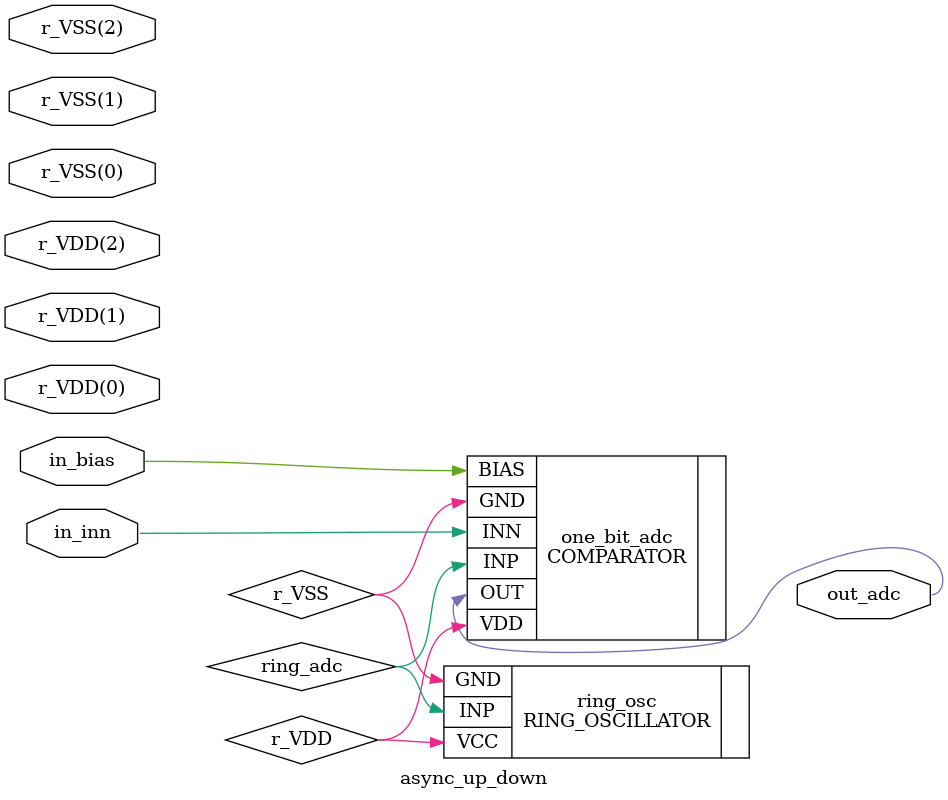
<source format=v>
module async_up_down (in_bias,
    in_inn,
    out_adc,
    \r_VSS(0) ,
    \r_VSS(1) ,
    \r_VSS(2) ,
    \r_VDD(0) ,
    \r_VDD(1) ,
    \r_VDD(2) );
 input in_bias;
 input in_inn;
 output out_adc;
 input \r_VSS(0) ;
 input \r_VSS(1) ;
 input \r_VSS(2) ;
 input \r_VDD(0) ;
 input \r_VDD(1) ;
 input \r_VDD(2) ;

 wire ring_adc;
 wire r_VSS;
 wire r_VDD;

 COMPARATOR one_bit_adc (.OUT(out_adc),
    .BIAS(in_bias),
    .INN(in_inn),
    .INP(ring_adc),
    .GND(r_VSS),
    .VDD(r_VDD));
 RING_OSCILLATOR ring_osc (.VCC(r_VDD),
    .GND(r_VSS),
    .INP(ring_adc));
 sky130_fd_sc_hd__decap_4 PHY_0 ();
 sky130_fd_sc_hd__decap_4 PHY_1 ();
 sky130_fd_sc_hd__decap_4 PHY_2 ();
 sky130_fd_sc_hd__decap_4 PHY_3 ();
 sky130_fd_sc_hd__decap_4 PHY_4 ();
 sky130_fd_sc_hd__decap_4 PHY_5 ();
 sky130_fd_sc_hd__decap_4 PHY_6 ();
 sky130_fd_sc_hd__decap_4 PHY_7 ();
 sky130_fd_sc_hd__decap_4 PHY_8 ();
 sky130_fd_sc_hd__decap_4 PHY_9 ();
 sky130_fd_sc_hd__decap_4 PHY_10 ();
 sky130_fd_sc_hd__decap_4 PHY_11 ();
 sky130_fd_sc_hd__decap_4 PHY_12 ();
 sky130_fd_sc_hd__decap_4 PHY_13 ();
 sky130_fd_sc_hd__decap_4 PHY_14 ();
 sky130_fd_sc_hd__decap_4 PHY_15 ();
 sky130_fd_sc_hd__decap_4 PHY_16 ();
 sky130_fd_sc_hd__decap_4 PHY_17 ();
 sky130_fd_sc_hd__decap_4 PHY_18 ();
 sky130_fd_sc_hd__decap_4 PHY_19 ();
 sky130_fd_sc_hd__decap_4 PHY_20 ();
 sky130_fd_sc_hd__decap_4 PHY_21 ();
 sky130_fd_sc_hd__decap_4 PHY_22 ();
 sky130_fd_sc_hd__decap_4 PHY_23 ();
 sky130_fd_sc_hd__decap_4 PHY_24 ();
 sky130_fd_sc_hd__decap_4 PHY_25 ();
 sky130_fd_sc_hd__decap_4 PHY_26 ();
 sky130_fd_sc_hd__decap_4 PHY_27 ();
 sky130_fd_sc_hd__decap_4 PHY_28 ();
 sky130_fd_sc_hd__decap_4 PHY_29 ();
 sky130_fd_sc_hd__decap_4 PHY_30 ();
 sky130_fd_sc_hd__decap_4 PHY_31 ();
 sky130_fd_sc_hd__decap_4 PHY_32 ();
 sky130_fd_sc_hd__decap_4 PHY_33 ();
 sky130_fd_sc_hd__decap_4 PHY_34 ();
 sky130_fd_sc_hd__decap_4 PHY_35 ();
 sky130_fd_sc_hd__decap_4 PHY_36 ();
 sky130_fd_sc_hd__decap_4 PHY_37 ();
 sky130_fd_sc_hd__decap_4 PHY_38 ();
 sky130_fd_sc_hd__decap_4 PHY_39 ();
 sky130_fd_sc_hd__decap_4 PHY_40 ();
 sky130_fd_sc_hd__decap_4 PHY_41 ();
 sky130_fd_sc_hd__decap_4 PHY_42 ();
 sky130_fd_sc_hd__decap_4 PHY_43 ();
 sky130_fd_sc_hd__decap_4 PHY_44 ();
 sky130_fd_sc_hd__decap_4 PHY_45 ();
 sky130_fd_sc_hd__decap_4 PHY_46 ();
 sky130_fd_sc_hd__decap_4 PHY_47 ();
 sky130_fd_sc_hd__decap_4 PHY_48 ();
 sky130_fd_sc_hd__decap_4 PHY_49 ();
 sky130_fd_sc_hd__decap_4 PHY_50 ();
 sky130_fd_sc_hd__decap_4 PHY_51 ();
 sky130_fd_sc_hd__decap_4 PHY_52 ();
 sky130_fd_sc_hd__decap_4 PHY_53 ();
 sky130_fd_sc_hd__decap_4 PHY_54 ();
 sky130_fd_sc_hd__decap_4 PHY_55 ();
 sky130_fd_sc_hd__decap_4 PHY_56 ();
 sky130_fd_sc_hd__decap_4 PHY_57 ();
 sky130_fd_sc_hd__decap_4 PHY_58 ();
 sky130_fd_sc_hd__decap_4 PHY_59 ();
 sky130_fd_sc_hd__tapvpwrvgnd_1 TAP_60 ();
 sky130_fd_sc_hd__tapvpwrvgnd_1 TAP_61 ();
 sky130_fd_sc_hd__tapvpwrvgnd_1 TAP_62 ();
 sky130_fd_sc_hd__tapvpwrvgnd_1 TAP_63 ();
 sky130_fd_sc_hd__tapvpwrvgnd_1 TAP_64 ();
 sky130_fd_sc_hd__tapvpwrvgnd_1 TAP_65 ();
 sky130_fd_sc_hd__tapvpwrvgnd_1 TAP_66 ();
 sky130_fd_sc_hd__tapvpwrvgnd_1 TAP_67 ();
 sky130_fd_sc_hd__tapvpwrvgnd_1 TAP_68 ();
 sky130_fd_sc_hd__tapvpwrvgnd_1 TAP_69 ();
 sky130_fd_sc_hd__tapvpwrvgnd_1 TAP_70 ();
 sky130_fd_sc_hd__tapvpwrvgnd_1 TAP_71 ();
 sky130_fd_sc_hd__tapvpwrvgnd_1 TAP_72 ();
 sky130_fd_sc_hd__tapvpwrvgnd_1 TAP_73 ();
 sky130_fd_sc_hd__tapvpwrvgnd_1 TAP_74 ();
 sky130_fd_sc_hd__tapvpwrvgnd_1 TAP_75 ();
 sky130_fd_sc_hd__tapvpwrvgnd_1 TAP_76 ();
 sky130_fd_sc_hd__tapvpwrvgnd_1 TAP_77 ();
 sky130_fd_sc_hd__tapvpwrvgnd_1 TAP_78 ();
 sky130_fd_sc_hd__tapvpwrvgnd_1 TAP_79 ();
 sky130_fd_sc_hd__tapvpwrvgnd_1 TAP_80 ();
 sky130_fd_sc_hd__tapvpwrvgnd_1 TAP_81 ();
 sky130_fd_sc_hd__tapvpwrvgnd_1 TAP_82 ();
 sky130_fd_sc_hd__tapvpwrvgnd_1 TAP_83 ();
 sky130_fd_sc_hd__tapvpwrvgnd_1 TAP_84 ();
 sky130_fd_sc_hd__fill_8 FILLER_0_4 ();
 sky130_fd_sc_hd__fill_8 FILLER_0_12 ();
 sky130_fd_sc_hd__fill_8 FILLER_0_20 ();
 sky130_fd_sc_hd__fill_2 FILLER_0_28 ();
 sky130_fd_sc_hd__fill_8 FILLER_0_31 ();
 sky130_fd_sc_hd__fill_8 FILLER_0_39 ();
 sky130_fd_sc_hd__fill_8 FILLER_0_47 ();
 sky130_fd_sc_hd__fill_4 FILLER_0_55 ();
 sky130_fd_sc_hd__fill_1 FILLER_0_59 ();
 sky130_fd_sc_hd__fill_8 FILLER_0_61 ();
 sky130_fd_sc_hd__fill_8 FILLER_0_69 ();
 sky130_fd_sc_hd__fill_8 FILLER_0_77 ();
 sky130_fd_sc_hd__fill_4 FILLER_0_85 ();
 sky130_fd_sc_hd__fill_1 FILLER_0_89 ();
 sky130_fd_sc_hd__fill_8 FILLER_0_91 ();
 sky130_fd_sc_hd__fill_8 FILLER_0_99 ();
 sky130_fd_sc_hd__fill_8 FILLER_0_107 ();
 sky130_fd_sc_hd__fill_4 FILLER_0_115 ();
 sky130_fd_sc_hd__fill_1 FILLER_0_119 ();
 sky130_fd_sc_hd__fill_8 FILLER_0_121 ();
 sky130_fd_sc_hd__fill_8 FILLER_0_129 ();
 sky130_fd_sc_hd__fill_8 FILLER_0_137 ();
 sky130_fd_sc_hd__fill_4 FILLER_0_145 ();
 sky130_fd_sc_hd__fill_1 FILLER_0_149 ();
 sky130_fd_sc_hd__fill_4 FILLER_0_151 ();
 sky130_fd_sc_hd__fill_2 FILLER_0_155 ();
 sky130_fd_sc_hd__fill_1 FILLER_0_157 ();
 sky130_fd_sc_hd__fill_8 FILLER_1_4 ();
 sky130_fd_sc_hd__fill_8 FILLER_1_12 ();
 sky130_fd_sc_hd__fill_8 FILLER_1_20 ();
 sky130_fd_sc_hd__fill_8 FILLER_1_28 ();
 sky130_fd_sc_hd__fill_8 FILLER_1_36 ();
 sky130_fd_sc_hd__fill_8 FILLER_1_44 ();
 sky130_fd_sc_hd__fill_8 FILLER_1_52 ();
 sky130_fd_sc_hd__fill_8 FILLER_1_61 ();
 sky130_fd_sc_hd__fill_8 FILLER_1_69 ();
 sky130_fd_sc_hd__fill_8 FILLER_1_77 ();
 sky130_fd_sc_hd__fill_8 FILLER_1_85 ();
 sky130_fd_sc_hd__fill_8 FILLER_1_93 ();
 sky130_fd_sc_hd__fill_8 FILLER_1_101 ();
 sky130_fd_sc_hd__fill_8 FILLER_1_109 ();
 sky130_fd_sc_hd__fill_2 FILLER_1_117 ();
 sky130_fd_sc_hd__fill_1 FILLER_1_119 ();
 sky130_fd_sc_hd__fill_8 FILLER_1_121 ();
 sky130_fd_sc_hd__fill_8 FILLER_1_129 ();
 sky130_fd_sc_hd__fill_8 FILLER_1_137 ();
 sky130_fd_sc_hd__fill_8 FILLER_1_145 ();
 sky130_fd_sc_hd__fill_4 FILLER_1_153 ();
 sky130_fd_sc_hd__fill_1 FILLER_1_157 ();
 sky130_fd_sc_hd__fill_8 FILLER_2_4 ();
 sky130_fd_sc_hd__fill_8 FILLER_2_12 ();
 sky130_fd_sc_hd__fill_8 FILLER_2_20 ();
 sky130_fd_sc_hd__fill_2 FILLER_2_28 ();
 sky130_fd_sc_hd__fill_8 FILLER_2_31 ();
 sky130_fd_sc_hd__fill_8 FILLER_2_39 ();
 sky130_fd_sc_hd__fill_8 FILLER_2_47 ();
 sky130_fd_sc_hd__fill_4 FILLER_2_55 ();
 sky130_fd_sc_hd__fill_1 FILLER_2_59 ();
 sky130_fd_sc_hd__fill_8 FILLER_2_61 ();
 sky130_fd_sc_hd__fill_8 FILLER_2_69 ();
 sky130_fd_sc_hd__fill_8 FILLER_2_77 ();
 sky130_fd_sc_hd__fill_4 FILLER_2_85 ();
 sky130_fd_sc_hd__fill_1 FILLER_2_89 ();
 sky130_fd_sc_hd__fill_8 FILLER_2_91 ();
 sky130_fd_sc_hd__fill_8 FILLER_2_99 ();
 sky130_fd_sc_hd__fill_8 FILLER_2_107 ();
 sky130_fd_sc_hd__fill_4 FILLER_2_115 ();
 sky130_fd_sc_hd__fill_1 FILLER_2_119 ();
 sky130_fd_sc_hd__fill_8 FILLER_2_121 ();
 sky130_fd_sc_hd__fill_8 FILLER_2_129 ();
 sky130_fd_sc_hd__fill_8 FILLER_2_137 ();
 sky130_fd_sc_hd__fill_4 FILLER_2_145 ();
 sky130_fd_sc_hd__fill_1 FILLER_2_149 ();
 sky130_fd_sc_hd__fill_4 FILLER_2_151 ();
 sky130_fd_sc_hd__fill_2 FILLER_2_155 ();
 sky130_fd_sc_hd__fill_1 FILLER_2_157 ();
 sky130_fd_sc_hd__fill_8 FILLER_3_4 ();
 sky130_fd_sc_hd__fill_8 FILLER_3_12 ();
 sky130_fd_sc_hd__fill_2 FILLER_3_20 ();
 sky130_fd_sc_hd__fill_4 FILLER_3_68 ();
 sky130_fd_sc_hd__fill_2 FILLER_3_72 ();
 sky130_fd_sc_hd__fill_1 FILLER_3_74 ();
 sky130_fd_sc_hd__fill_8 FILLER_3_135 ();
 sky130_fd_sc_hd__fill_8 FILLER_3_143 ();
 sky130_fd_sc_hd__fill_4 FILLER_3_151 ();
 sky130_fd_sc_hd__fill_2 FILLER_3_155 ();
 sky130_fd_sc_hd__fill_1 FILLER_3_157 ();
 sky130_fd_sc_hd__fill_8 FILLER_4_4 ();
 sky130_fd_sc_hd__fill_8 FILLER_4_12 ();
 sky130_fd_sc_hd__fill_2 FILLER_4_20 ();
 sky130_fd_sc_hd__fill_4 FILLER_4_68 ();
 sky130_fd_sc_hd__fill_2 FILLER_4_72 ();
 sky130_fd_sc_hd__fill_1 FILLER_4_74 ();
 sky130_fd_sc_hd__fill_8 FILLER_4_135 ();
 sky130_fd_sc_hd__fill_8 FILLER_4_143 ();
 sky130_fd_sc_hd__fill_4 FILLER_4_151 ();
 sky130_fd_sc_hd__fill_2 FILLER_4_155 ();
 sky130_fd_sc_hd__fill_1 FILLER_4_157 ();
 sky130_fd_sc_hd__fill_8 FILLER_5_4 ();
 sky130_fd_sc_hd__fill_8 FILLER_5_12 ();
 sky130_fd_sc_hd__fill_2 FILLER_5_20 ();
 sky130_fd_sc_hd__fill_4 FILLER_5_68 ();
 sky130_fd_sc_hd__fill_2 FILLER_5_72 ();
 sky130_fd_sc_hd__fill_1 FILLER_5_74 ();
 sky130_fd_sc_hd__fill_8 FILLER_5_135 ();
 sky130_fd_sc_hd__fill_8 FILLER_5_143 ();
 sky130_fd_sc_hd__fill_4 FILLER_5_151 ();
 sky130_fd_sc_hd__fill_2 FILLER_5_155 ();
 sky130_fd_sc_hd__fill_1 FILLER_5_157 ();
 sky130_fd_sc_hd__fill_8 FILLER_6_4 ();
 sky130_fd_sc_hd__fill_8 FILLER_6_12 ();
 sky130_fd_sc_hd__fill_2 FILLER_6_20 ();
 sky130_fd_sc_hd__fill_4 FILLER_6_68 ();
 sky130_fd_sc_hd__fill_2 FILLER_6_72 ();
 sky130_fd_sc_hd__fill_1 FILLER_6_74 ();
 sky130_fd_sc_hd__fill_8 FILLER_6_135 ();
 sky130_fd_sc_hd__fill_8 FILLER_6_143 ();
 sky130_fd_sc_hd__fill_4 FILLER_6_151 ();
 sky130_fd_sc_hd__fill_2 FILLER_6_155 ();
 sky130_fd_sc_hd__fill_1 FILLER_6_157 ();
 sky130_fd_sc_hd__fill_8 FILLER_7_4 ();
 sky130_fd_sc_hd__fill_8 FILLER_7_12 ();
 sky130_fd_sc_hd__fill_2 FILLER_7_20 ();
 sky130_fd_sc_hd__fill_4 FILLER_7_68 ();
 sky130_fd_sc_hd__fill_2 FILLER_7_72 ();
 sky130_fd_sc_hd__fill_1 FILLER_7_74 ();
 sky130_fd_sc_hd__fill_8 FILLER_7_135 ();
 sky130_fd_sc_hd__fill_8 FILLER_7_143 ();
 sky130_fd_sc_hd__fill_4 FILLER_7_151 ();
 sky130_fd_sc_hd__fill_2 FILLER_7_155 ();
 sky130_fd_sc_hd__fill_1 FILLER_7_157 ();
 sky130_fd_sc_hd__fill_8 FILLER_8_4 ();
 sky130_fd_sc_hd__fill_8 FILLER_8_12 ();
 sky130_fd_sc_hd__fill_2 FILLER_8_20 ();
 sky130_fd_sc_hd__fill_4 FILLER_8_68 ();
 sky130_fd_sc_hd__fill_2 FILLER_8_72 ();
 sky130_fd_sc_hd__fill_1 FILLER_8_74 ();
 sky130_fd_sc_hd__fill_8 FILLER_8_135 ();
 sky130_fd_sc_hd__fill_8 FILLER_8_143 ();
 sky130_fd_sc_hd__fill_4 FILLER_8_151 ();
 sky130_fd_sc_hd__fill_2 FILLER_8_155 ();
 sky130_fd_sc_hd__fill_1 FILLER_8_157 ();
 sky130_fd_sc_hd__fill_8 FILLER_9_4 ();
 sky130_fd_sc_hd__fill_8 FILLER_9_12 ();
 sky130_fd_sc_hd__fill_2 FILLER_9_20 ();
 sky130_fd_sc_hd__fill_4 FILLER_9_68 ();
 sky130_fd_sc_hd__fill_2 FILLER_9_72 ();
 sky130_fd_sc_hd__fill_1 FILLER_9_74 ();
 sky130_fd_sc_hd__fill_8 FILLER_9_135 ();
 sky130_fd_sc_hd__fill_8 FILLER_9_143 ();
 sky130_fd_sc_hd__fill_4 FILLER_9_151 ();
 sky130_fd_sc_hd__fill_2 FILLER_9_155 ();
 sky130_fd_sc_hd__fill_1 FILLER_9_157 ();
 sky130_fd_sc_hd__fill_8 FILLER_10_4 ();
 sky130_fd_sc_hd__fill_8 FILLER_10_12 ();
 sky130_fd_sc_hd__fill_2 FILLER_10_20 ();
 sky130_fd_sc_hd__fill_4 FILLER_10_68 ();
 sky130_fd_sc_hd__fill_2 FILLER_10_72 ();
 sky130_fd_sc_hd__fill_1 FILLER_10_74 ();
 sky130_fd_sc_hd__fill_8 FILLER_10_135 ();
 sky130_fd_sc_hd__fill_8 FILLER_10_143 ();
 sky130_fd_sc_hd__fill_4 FILLER_10_151 ();
 sky130_fd_sc_hd__fill_2 FILLER_10_155 ();
 sky130_fd_sc_hd__fill_1 FILLER_10_157 ();
 sky130_fd_sc_hd__fill_8 FILLER_11_4 ();
 sky130_fd_sc_hd__fill_8 FILLER_11_12 ();
 sky130_fd_sc_hd__fill_8 FILLER_11_20 ();
 sky130_fd_sc_hd__fill_2 FILLER_11_28 ();
 sky130_fd_sc_hd__fill_8 FILLER_11_31 ();
 sky130_fd_sc_hd__fill_8 FILLER_11_39 ();
 sky130_fd_sc_hd__fill_8 FILLER_11_47 ();
 sky130_fd_sc_hd__fill_4 FILLER_11_55 ();
 sky130_fd_sc_hd__fill_1 FILLER_11_59 ();
 sky130_fd_sc_hd__fill_8 FILLER_11_61 ();
 sky130_fd_sc_hd__fill_8 FILLER_11_69 ();
 sky130_fd_sc_hd__fill_8 FILLER_11_77 ();
 sky130_fd_sc_hd__fill_4 FILLER_11_85 ();
 sky130_fd_sc_hd__fill_1 FILLER_11_89 ();
 sky130_fd_sc_hd__fill_8 FILLER_11_91 ();
 sky130_fd_sc_hd__fill_8 FILLER_11_99 ();
 sky130_fd_sc_hd__fill_8 FILLER_11_107 ();
 sky130_fd_sc_hd__fill_4 FILLER_11_115 ();
 sky130_fd_sc_hd__fill_1 FILLER_11_119 ();
 sky130_fd_sc_hd__fill_8 FILLER_11_121 ();
 sky130_fd_sc_hd__fill_8 FILLER_11_129 ();
 sky130_fd_sc_hd__fill_8 FILLER_11_137 ();
 sky130_fd_sc_hd__fill_4 FILLER_11_145 ();
 sky130_fd_sc_hd__fill_1 FILLER_11_149 ();
 sky130_fd_sc_hd__fill_4 FILLER_11_151 ();
 sky130_fd_sc_hd__fill_2 FILLER_11_155 ();
 sky130_fd_sc_hd__fill_1 FILLER_11_157 ();
 sky130_fd_sc_hd__fill_8 FILLER_12_4 ();
 sky130_fd_sc_hd__fill_8 FILLER_12_12 ();
 sky130_fd_sc_hd__fill_8 FILLER_12_20 ();
 sky130_fd_sc_hd__fill_2 FILLER_12_28 ();
 sky130_fd_sc_hd__fill_8 FILLER_12_31 ();
 sky130_fd_sc_hd__fill_8 FILLER_12_39 ();
 sky130_fd_sc_hd__fill_8 FILLER_12_47 ();
 sky130_fd_sc_hd__fill_8 FILLER_12_55 ();
 sky130_fd_sc_hd__fill_8 FILLER_12_63 ();
 sky130_fd_sc_hd__fill_8 FILLER_12_71 ();
 sky130_fd_sc_hd__fill_8 FILLER_12_79 ();
 sky130_fd_sc_hd__fill_2 FILLER_12_87 ();
 sky130_fd_sc_hd__fill_1 FILLER_12_89 ();
 sky130_fd_sc_hd__fill_8 FILLER_12_91 ();
 sky130_fd_sc_hd__fill_8 FILLER_12_99 ();
 sky130_fd_sc_hd__fill_8 FILLER_12_107 ();
 sky130_fd_sc_hd__fill_8 FILLER_12_115 ();
 sky130_fd_sc_hd__fill_8 FILLER_12_123 ();
 sky130_fd_sc_hd__fill_8 FILLER_12_131 ();
 sky130_fd_sc_hd__fill_8 FILLER_12_139 ();
 sky130_fd_sc_hd__fill_2 FILLER_12_147 ();
 sky130_fd_sc_hd__fill_1 FILLER_12_149 ();
 sky130_fd_sc_hd__fill_4 FILLER_12_151 ();
 sky130_fd_sc_hd__fill_2 FILLER_12_155 ();
 sky130_fd_sc_hd__fill_1 FILLER_12_157 ();
 sky130_fd_sc_hd__fill_8 FILLER_13_4 ();
 sky130_fd_sc_hd__fill_8 FILLER_13_12 ();
 sky130_fd_sc_hd__fill_8 FILLER_13_20 ();
 sky130_fd_sc_hd__fill_2 FILLER_13_28 ();
 sky130_fd_sc_hd__fill_8 FILLER_13_31 ();
 sky130_fd_sc_hd__fill_8 FILLER_13_39 ();
 sky130_fd_sc_hd__fill_8 FILLER_13_47 ();
 sky130_fd_sc_hd__fill_4 FILLER_13_55 ();
 sky130_fd_sc_hd__fill_1 FILLER_13_59 ();
 sky130_fd_sc_hd__fill_8 FILLER_13_61 ();
 sky130_fd_sc_hd__fill_8 FILLER_13_69 ();
 sky130_fd_sc_hd__fill_8 FILLER_13_77 ();
 sky130_fd_sc_hd__fill_4 FILLER_13_85 ();
 sky130_fd_sc_hd__fill_1 FILLER_13_89 ();
 sky130_fd_sc_hd__fill_8 FILLER_13_91 ();
 sky130_fd_sc_hd__fill_8 FILLER_13_99 ();
 sky130_fd_sc_hd__fill_8 FILLER_13_107 ();
 sky130_fd_sc_hd__fill_4 FILLER_13_115 ();
 sky130_fd_sc_hd__fill_1 FILLER_13_119 ();
 sky130_fd_sc_hd__fill_8 FILLER_13_121 ();
 sky130_fd_sc_hd__fill_8 FILLER_13_129 ();
 sky130_fd_sc_hd__fill_8 FILLER_13_137 ();
 sky130_fd_sc_hd__fill_4 FILLER_13_145 ();
 sky130_fd_sc_hd__fill_1 FILLER_13_149 ();
 sky130_fd_sc_hd__fill_4 FILLER_13_151 ();
 sky130_fd_sc_hd__fill_2 FILLER_13_155 ();
 sky130_fd_sc_hd__fill_1 FILLER_13_157 ();
endmodule

</source>
